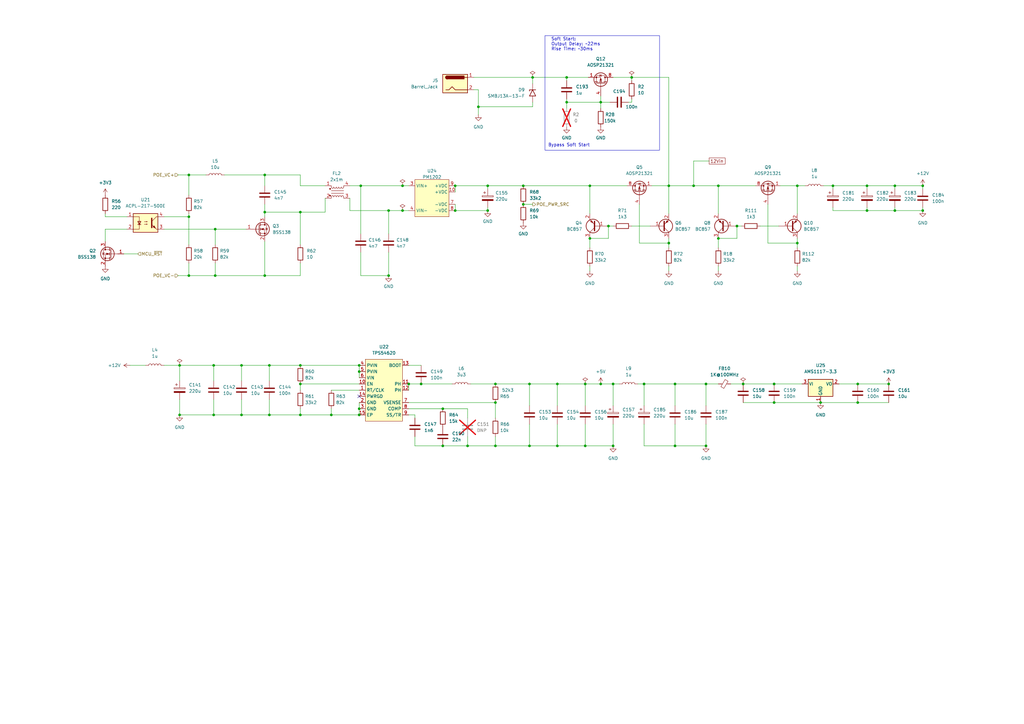
<source format=kicad_sch>
(kicad_sch (version 20230121) (generator eeschema)
  (paper "A3")
  (title_block (title "Kirdy") (date "2022-07-03") (rev "r0.1") (company "M-Labs") (comment 1 "Alex Wong Tat Hang"))
  (junction (at 259.08 31.75))
  (junction (at 214.63 76.2))
  (junction (at 87.63 149.86))
  (junction (at 200.025 86.36))
  (junction (at 186.69 86.36))
  (junction (at 364.49 157.48))
  (junction (at 241.935 97.79))
  (junction (at 276.86 157.48))
  (junction (at 181.61 182.88))
  (junction (at 274.32 99.695))
  (junction (at 147.32 167.64))
  (junction (at 241.935 76.2))
  (junction (at 88.265 93.98))
  (junction (at 251.46 182.88))
  (junction (at 181.61 167.64))
  (junction (at 284.48 76.2))
  (junction (at 246.38 157.48))
  (junction (at 108.585 86.995))
  (junction (at 317.5 165.1))
  (junction (at 228.6 157.48))
  (junction (at 203.2 157.48))
  (junction (at 77.47 113.03))
  (junction (at 123.19 86.995))
  (junction (at 378.46 86.36))
  (junction (at 251.46 157.48))
  (junction (at 110.49 170.18))
  (junction (at 167.64 157.48))
  (junction (at 159.385 113.03))
  (junction (at 274.32 76.2))
  (junction (at 135.89 170.18))
  (junction (at 73.66 170.18))
  (junction (at 214.63 83.82))
  (junction (at 302.26 92.71))
  (junction (at 200.025 76.2))
  (junction (at 165.1 86.36))
  (junction (at 246.38 41.91))
  (junction (at 196.215 43.815))
  (junction (at 77.47 88.9))
  (junction (at 240.03 182.88))
  (junction (at 147.32 149.86))
  (junction (at 203.2 182.88))
  (junction (at 336.55 165.1))
  (junction (at 108.585 113.03))
  (junction (at 240.03 157.48))
  (junction (at 249.555 92.71))
  (junction (at 110.49 149.86))
  (junction (at 351.79 165.1))
  (junction (at 147.955 76.2))
  (junction (at 108.585 71.755))
  (junction (at 294.64 97.79))
  (junction (at 123.19 170.18))
  (junction (at 317.5 157.48))
  (junction (at 289.56 157.48))
  (junction (at 351.79 157.48))
  (junction (at 203.2 165.1))
  (junction (at 327.025 76.2))
  (junction (at 355.6 86.36))
  (junction (at 367.03 76.2))
  (junction (at 217.17 182.88))
  (junction (at 165.1 76.2))
  (junction (at 304.8 157.48))
  (junction (at 217.17 157.48))
  (junction (at 87.63 170.18))
  (junction (at 232.41 31.75))
  (junction (at 378.46 76.2))
  (junction (at 123.19 149.86))
  (junction (at 341.63 76.2))
  (junction (at 73.66 149.86))
  (junction (at 186.69 76.2))
  (junction (at 218.44 31.75))
  (junction (at 77.47 71.755))
  (junction (at 327.025 99.695))
  (junction (at 99.06 170.18))
  (junction (at 294.64 76.2))
  (junction (at 289.56 182.88))
  (junction (at 88.265 113.03))
  (junction (at 232.41 41.91))
  (junction (at 147.32 152.4))
  (junction (at 367.03 86.36))
  (junction (at 228.6 182.88))
  (junction (at 191.77 182.88))
  (junction (at 99.06 149.86))
  (junction (at 159.385 86.36))
  (junction (at 123.19 157.48))
  (junction (at 276.86 182.88))
  (junction (at 147.32 170.18))
  (junction (at 172.72 157.48))
  (junction (at 264.16 157.48))
  (junction (at 355.6 76.2))
  (no_connect (at 147.32 162.56))
  (wire (pts (xy 337.82 76.2) (xy 341.63 76.2)))
  (wire (pts (xy 92.075 71.755) (xy 108.585 71.755)))
  (wire (pts (xy 108.585 86.995) (xy 108.585 88.9)))
  (wire (pts (xy 135.89 167.64) (xy 135.89 170.18)))
  (wire (pts (xy 294.64 76.2) (xy 309.88 76.2)))
  (wire (pts (xy 133.35 76.2) (xy 123.19 76.2)))
  (wire (pts (xy 378.46 77.47) (xy 378.46 76.2)))
  (wire (pts (xy 87.63 149.86) (xy 99.06 149.86)))
  (wire (pts (xy 147.32 165.1) (xy 147.32 167.64)))
  (wire (pts (xy 67.31 93.98) (xy 88.265 93.98)))
  (wire (pts (xy 186.69 86.36) (xy 200.025 86.36)))
  (wire (pts (xy 327.025 76.2) (xy 327.025 87.63)))
  (wire (pts (xy 110.49 149.86) (xy 123.19 149.86)))
  (wire (pts (xy 355.6 76.2) (xy 355.6 77.47)))
  (wire (pts (xy 50.8 104.14) (xy 56.515 104.14)))
  (wire (pts (xy 147.955 113.03) (xy 159.385 113.03)))
  (wire (pts (xy 123.19 86.995) (xy 123.19 100.33)))
  (wire (pts (xy 99.06 163.83) (xy 99.06 170.18)))
  (wire (pts (xy 264.16 157.48) (xy 276.86 157.48)))
  (wire (pts (xy 133.35 81.28) (xy 133.35 86.995)))
  (wire (pts (xy 241.935 76.2) (xy 257.175 76.2)))
  (wire (pts (xy 186.69 83.82) (xy 186.69 86.36)))
  (wire (pts (xy 294.64 97.79) (xy 294.64 101.6)))
  (wire (pts (xy 159.385 103.505) (xy 159.385 113.03)))
  (wire (pts (xy 135.89 160.02) (xy 147.32 160.02)))
  (wire (pts (xy 228.6 182.88) (xy 240.03 182.88)))
  (wire (pts (xy 327.025 99.695) (xy 327.025 101.6)))
  (wire (pts (xy 218.44 31.75) (xy 194.31 31.75)))
  (wire (pts (xy 99.06 170.18) (xy 110.49 170.18)))
  (wire (pts (xy 110.49 170.18) (xy 123.19 170.18)))
  (wire (pts (xy 232.41 41.91) (xy 232.41 44.45)))
  (wire (pts (xy 143.51 86.36) (xy 159.385 86.36)))
  (wire (pts (xy 274.32 76.2) (xy 284.48 76.2)))
  (wire (pts (xy 367.03 76.2) (xy 378.46 76.2)))
  (wire (pts (xy 304.8 165.1) (xy 317.5 165.1)))
  (wire (pts (xy 170.18 179.07) (xy 170.18 182.88)))
  (wire (pts (xy 203.2 182.88) (xy 203.2 179.07)))
  (wire (pts (xy 181.61 167.64) (xy 191.77 167.64)))
  (wire (pts (xy 217.17 157.48) (xy 217.17 166.37)))
  (wire (pts (xy 53.34 149.86) (xy 59.69 149.86)))
  (wire (pts (xy 267.335 76.2) (xy 274.32 76.2)))
  (wire (pts (xy 165.1 76.2) (xy 167.64 76.2)))
  (wire (pts (xy 246.38 41.91) (xy 250.19 41.91)))
  (wire (pts (xy 147.32 149.86) (xy 147.32 152.4)))
  (wire (pts (xy 73.025 113.03) (xy 77.47 113.03)))
  (wire (pts (xy 67.31 88.9) (xy 77.47 88.9)))
  (wire (pts (xy 167.64 149.86) (xy 172.72 149.86)))
  (wire (pts (xy 123.19 157.48) (xy 123.19 160.02)))
  (wire (pts (xy 88.265 113.03) (xy 88.265 107.95)))
  (wire (pts (xy 123.19 167.64) (xy 123.19 170.18)))
  (wire (pts (xy 73.66 163.83) (xy 73.66 170.18)))
  (wire (pts (xy 240.03 157.48) (xy 240.03 166.37)))
  (wire (pts (xy 251.46 182.88) (xy 251.46 173.99)))
  (wire (pts (xy 259.08 40.64) (xy 259.08 41.91)))
  (wire (pts (xy 108.585 86.995) (xy 123.19 86.995)))
  (wire (pts (xy 317.5 157.48) (xy 328.93 157.48)))
  (wire (pts (xy 276.86 157.48) (xy 289.56 157.48)))
  (wire (pts (xy 99.06 149.86) (xy 110.49 149.86)))
  (wire (pts (xy 165.1 86.36) (xy 167.64 86.36)))
  (wire (pts (xy 123.19 71.755) (xy 108.585 71.755)))
  (wire (pts (xy 320.04 76.2) (xy 327.025 76.2)))
  (wire (pts (xy 167.64 165.1) (xy 203.2 165.1)))
  (wire (pts (xy 284.48 76.2) (xy 294.64 76.2)))
  (wire (pts (xy 77.47 80.01) (xy 77.47 71.755)))
  (wire (pts (xy 289.56 173.99) (xy 289.56 182.88)))
  (wire (pts (xy 251.46 157.48) (xy 251.46 166.37)))
  (wire (pts (xy 274.32 76.2) (xy 274.32 87.63)))
  (wire (pts (xy 123.19 157.48) (xy 147.32 157.48)))
  (wire (pts (xy 123.19 113.03) (xy 108.585 113.03)))
  (wire (pts (xy 196.215 36.83) (xy 194.31 36.83)))
  (wire (pts (xy 218.44 41.91) (xy 218.44 43.815)))
  (wire (pts (xy 87.63 170.18) (xy 99.06 170.18)))
  (wire (pts (xy 135.89 170.18) (xy 147.32 170.18)))
  (wire (pts (xy 77.47 113.03) (xy 88.265 113.03)))
  (wire (pts (xy 351.79 157.48) (xy 364.49 157.48)))
  (wire (pts (xy 123.19 107.95) (xy 123.19 113.03)))
  (wire (pts (xy 200.025 76.2) (xy 200.025 77.47)))
  (wire (pts (xy 327.025 76.2) (xy 330.2 76.2)))
  (wire (pts (xy 123.19 149.86) (xy 147.32 149.86)))
  (wire (pts (xy 276.86 166.37) (xy 276.86 157.48)))
  (wire (pts (xy 143.51 81.28) (xy 143.51 86.36)))
  (wire (pts (xy 276.86 182.88) (xy 289.56 182.88)))
  (wire (pts (xy 43.18 93.98) (xy 52.07 93.98)))
  (wire (pts (xy 232.41 40.64) (xy 232.41 41.91)))
  (wire (pts (xy 73.66 156.21) (xy 73.66 149.86)))
  (wire (pts (xy 232.41 41.91) (xy 246.38 41.91)))
  (wire (pts (xy 294.64 109.22) (xy 294.64 111.125)))
  (wire (pts (xy 259.08 31.75) (xy 259.08 33.02)))
  (wire (pts (xy 108.585 113.03) (xy 88.265 113.03)))
  (wire (pts (xy 217.17 157.48) (xy 228.6 157.48)))
  (wire (pts (xy 77.47 87.63) (xy 77.47 88.9)))
  (wire (pts (xy 77.47 71.755) (xy 84.455 71.755)))
  (wire (pts (xy 232.41 31.75) (xy 232.41 33.02)))
  (wire (pts (xy 159.385 86.36) (xy 159.385 95.885)))
  (wire (pts (xy 259.08 41.91) (xy 257.81 41.91)))
  (wire (pts (xy 43.18 99.06) (xy 43.18 93.98)))
  (wire (pts (xy 246.38 39.37) (xy 246.38 41.91)))
  (wire (pts (xy 378.46 85.09) (xy 378.46 86.36)))
  (wire (pts (xy 203.2 157.48) (xy 217.17 157.48)))
  (wire (pts (xy 344.17 157.48) (xy 351.79 157.48)))
  (wire (pts (xy 123.19 170.18) (xy 135.89 170.18)))
  (wire (pts (xy 170.18 182.88) (xy 181.61 182.88)))
  (wire (pts (xy 294.64 76.2) (xy 294.64 87.63)))
  (wire (pts (xy 284.48 66.04) (xy 284.48 76.2)))
  (wire (pts (xy 290.83 66.04) (xy 284.48 66.04)))
  (wire (pts (xy 218.44 31.75) (xy 218.44 34.29)))
  (wire (pts (xy 367.03 76.2) (xy 367.03 77.47)))
  (wire (pts (xy 191.77 182.88) (xy 203.2 182.88)))
  (wire (pts (xy 172.72 157.48) (xy 185.42 157.48)))
  (wire (pts (xy 261.62 157.48) (xy 264.16 157.48)))
  (wire (pts (xy 108.585 71.755) (xy 108.585 76.2)))
  (wire (pts (xy 251.46 31.75) (xy 259.08 31.75)))
  (wire (pts (xy 327.025 109.22) (xy 327.025 111.125)))
  (wire (pts (xy 341.63 76.2) (xy 355.6 76.2)))
  (wire (pts (xy 77.47 88.9) (xy 77.47 100.33)))
  (wire (pts (xy 110.49 163.83) (xy 110.49 170.18)))
  (wire (pts (xy 314.96 99.695) (xy 327.025 99.695)))
  (wire (pts (xy 249.555 92.71) (xy 251.46 92.71)))
  (wire (pts (xy 341.63 76.2) (xy 341.63 77.47)))
  (wire (pts (xy 88.265 93.98) (xy 100.965 93.98)))
  (wire (pts (xy 43.18 87.63) (xy 43.18 88.9)))
  (wire (pts (xy 203.2 182.88) (xy 217.17 182.88)))
  (wire (pts (xy 254 157.48) (xy 251.46 157.48)))
  (wire (pts (xy 196.215 43.815) (xy 218.44 43.815)))
  (wire (pts (xy 246.38 41.91) (xy 246.38 44.45)))
  (wire (pts (xy 241.935 97.79) (xy 241.935 101.6)))
  (wire (pts (xy 355.6 76.2) (xy 367.03 76.2)))
  (wire (pts (xy 241.935 76.2) (xy 241.935 87.63)))
  (wire (pts (xy 88.265 93.98) (xy 88.265 100.33)))
  (wire (pts (xy 314.96 83.82) (xy 314.96 99.695)))
  (wire (pts (xy 228.6 157.48) (xy 240.03 157.48)))
  (wire (pts (xy 264.16 182.88) (xy 264.16 173.99)))
  (wire (pts (xy 77.47 107.95) (xy 77.47 113.03)))
  (wire (pts (xy 367.03 85.09) (xy 367.03 86.36)))
  (wire (pts (xy 73.66 149.86) (xy 87.63 149.86)))
  (wire (pts (xy 262.255 83.82) (xy 262.255 99.695)))
  (wire (pts (xy 200.025 86.36) (xy 200.025 85.09)))
  (wire (pts (xy 147.955 103.505) (xy 147.955 113.03)))
  (wire (pts (xy 147.32 167.64) (xy 147.32 170.18)))
  (wire (pts (xy 299.72 157.48) (xy 304.8 157.48)))
  (wire (pts (xy 196.215 43.815) (xy 196.215 36.83)))
  (wire (pts (xy 274.32 109.22) (xy 274.32 111.125)))
  (wire (pts (xy 241.935 109.22) (xy 241.935 111.125)))
  (wire (pts (xy 232.41 31.75) (xy 241.3 31.75)))
  (wire (pts (xy 87.63 149.86) (xy 87.63 156.21)))
  (wire (pts (xy 186.69 76.2) (xy 186.69 78.74)))
  (wire (pts (xy 317.5 165.1) (xy 336.55 165.1)))
  (wire (pts (xy 203.2 171.45) (xy 203.2 165.1)))
  (wire (pts (xy 167.64 157.48) (xy 172.72 157.48)))
  (wire (pts (xy 147.32 152.4) (xy 147.32 154.94)))
  (wire (pts (xy 108.585 99.06) (xy 108.585 113.03)))
  (wire (pts (xy 170.18 170.18) (xy 170.18 171.45)))
  (wire (pts (xy 193.04 157.48) (xy 203.2 157.48)))
  (wire (pts (xy 241.935 97.79) (xy 249.555 97.79)))
  (wire (pts (xy 133.35 86.995) (xy 123.19 86.995)))
  (wire (pts (xy 367.03 86.36) (xy 378.46 86.36)))
  (wire (pts (xy 214.63 83.82) (xy 218.44 83.82)))
  (wire (pts (xy 159.385 86.36) (xy 165.1 86.36)))
  (wire (pts (xy 228.6 157.48) (xy 228.6 166.37)))
  (wire (pts (xy 218.44 31.75) (xy 232.41 31.75)))
  (wire (pts (xy 264.16 182.88) (xy 276.86 182.88)))
  (wire (pts (xy 87.63 163.83) (xy 87.63 170.18)))
  (wire (pts (xy 191.77 182.88) (xy 191.77 179.07)))
  (wire (pts (xy 249.555 97.79) (xy 249.555 92.71)))
  (wire (pts (xy 294.64 97.79) (xy 302.26 97.79)))
  (wire (pts (xy 240.03 173.99) (xy 240.03 182.88)))
  (wire (pts (xy 108.585 83.82) (xy 108.585 86.995)))
  (wire (pts (xy 217.17 173.99) (xy 217.17 182.88)))
  (wire (pts (xy 167.64 170.18) (xy 170.18 170.18)))
  (wire (pts (xy 327.025 97.79) (xy 327.025 99.695)))
  (wire (pts (xy 186.69 76.2) (xy 200.025 76.2)))
  (wire (pts (xy 246.38 157.48) (xy 251.46 157.48)))
  (wire (pts (xy 181.61 182.88) (xy 191.77 182.88)))
  (wire (pts (xy 341.63 86.36) (xy 355.6 86.36)))
  (wire (pts (xy 355.6 86.36) (xy 367.03 86.36)))
  (wire (pts (xy 73.66 170.18) (xy 87.63 170.18)))
  (wire (pts (xy 123.19 76.2) (xy 123.19 71.755)))
  (wire (pts (xy 355.6 85.09) (xy 355.6 86.36)))
  (wire (pts (xy 276.86 173.99) (xy 276.86 182.88)))
  (wire (pts (xy 302.26 92.71) (xy 304.165 92.71)))
  (wire (pts (xy 67.31 149.86) (xy 73.66 149.86)))
  (wire (pts (xy 228.6 173.99) (xy 228.6 182.88)))
  (wire (pts (xy 110.49 149.86) (xy 110.49 156.21)))
  (wire (pts (xy 264.16 166.37) (xy 264.16 157.48)))
  (wire (pts (xy 191.77 167.64) (xy 191.77 171.45)))
  (wire (pts (xy 240.03 182.88) (xy 251.46 182.88)))
  (wire (pts (xy 147.955 76.2) (xy 165.1 76.2)))
  (wire (pts (xy 274.32 99.695) (xy 274.32 101.6)))
  (wire (pts (xy 262.255 99.695) (xy 274.32 99.695)))
  (wire (pts (xy 341.63 86.36) (xy 341.63 85.09)))
  (wire (pts (xy 351.79 165.1) (xy 364.49 165.1)))
  (wire (pts (xy 167.64 167.64) (xy 181.61 167.64)))
  (wire (pts (xy 304.8 157.48) (xy 317.5 157.48)))
  (wire (pts (xy 274.32 31.75) (xy 274.32 76.2)))
  (wire (pts (xy 200.025 76.2) (xy 214.63 76.2)))
  (wire (pts (xy 259.08 92.71) (xy 266.7 92.71)))
  (wire (pts (xy 99.06 156.21) (xy 99.06 149.86)))
  (wire (pts (xy 311.785 92.71) (xy 319.405 92.71)))
  (wire (pts (xy 289.56 157.48) (xy 294.64 157.48)))
  (wire (pts (xy 302.26 97.79) (xy 302.26 92.71)))
  (wire (pts (xy 167.64 157.48) (xy 167.64 160.02)))
  (wire (pts (xy 259.08 31.75) (xy 274.32 31.75)))
  (wire (pts (xy 73.025 71.755) (xy 77.47 71.755)))
  (wire (pts (xy 143.51 76.2) (xy 147.955 76.2)))
  (wire (pts (xy 214.63 76.2) (xy 241.935 76.2)))
  (wire (pts (xy 43.18 88.9) (xy 52.07 88.9)))
  (wire (pts (xy 147.955 76.2) (xy 147.955 95.885)))
  (wire (pts (xy 274.32 97.79) (xy 274.32 99.695)))
  (wire (pts (xy 240.03 157.48) (xy 246.38 157.48)))
  (wire (pts (xy 217.17 182.88) (xy 228.6 182.88)))
  (wire (pts (xy 196.215 46.99) (xy 196.215 43.815)))
  (wire (pts (xy 289.56 166.37) (xy 289.56 157.48)))
  (wire (pts (xy 336.55 165.1) (xy 351.79 165.1)))
  (rectangle (start 223.52 14.605) (end 270.51 61.595))
  (text "Bypass Soft Start" (at 241.935 60.325 0) (effects (font (size 1.27 1.27)) (justify right bottom)))
  (text "Soft Start:\nOutput Delay: ~22ms\nRise Time: ~30ms\n" (at 226.06 20.955 0) (effects (font (size 1.27 1.27)) (justify left bottom)))
  (global_label "12Vin" (shape passive) (at 290.83 66.04 0) (property "Intersheetrefs" "${INTERSHEET_REFS}" (effects hide)))
  (hierarchical_label "POE_PWR_SRC" (shape output) (at 218.44 83.82 0))
  (hierarchical_label "POE_VC+" (shape input) (at 73.025 71.755 180))
  (hierarchical_label "POE_VC-" (shape input) (at 73.025 113.03 180))
  (hierarchical_label "MCU_~{RST}" (shape input) (at 56.515 104.14 0))
  (symbol (lib_id "Device:L") (at 189.23 157.48 90) (unit 1)
    (property "Reference" "L6" (at 189.23 151.13 90))
    (property "Value" "3u3" (at 189.23 153.67 90))
    (property "Footprint" "Inductor_SMD:L_Wuerth_MAPI-4020" (effects hide))
    (property "MFR_PN" "74438356033" (effects hide))
  )
  (symbol (lib_id "Device:C") (at 276.86 170.18 0) (unit 1)
    (property "Reference" "C186" (at 280.67 168.9099 0) (effects (justify left)))
    (property "Value" "10u" (at 280.67 171.4499 0) (effects (justify left)))
    (property "Footprint" "Capacitor_SMD:C_0805_2012Metric" (effects hide))
    (property "MFR_PN" "CL21B106KOQNNNG" (effects hide))
    (property "MFR_PN_ALT" "CL21B106KOQNNNE" (effects hide))
  )
  (symbol (lib_id "Device:C") (at 378.46 81.28 0) (unit 1)
    (property "Reference" "C184" (at 382.27 80.0099 0) (effects (justify left)))
    (property "Value" "100n" (at 382.27 82.5499 0) (effects (justify left)))
    (property "Footprint" "Capacitor_SMD:C_0603_1608Metric" (effects hide))
    (property "MFR_PN" "CL10B104KB8NNWC" (effects hide))
    (property "MFR_PN_ALT" "CL10B104KB8NNNL" (effects hide))
  )
  (symbol (lib_id "Transistor_FET:BSS138") (at 106.045 93.98 0) (unit 1)
    (property "Reference" "Q3" (at 111.76 92.7099 0) (effects (justify left)))
    (property "Value" "BSS138" (at 111.76 95.2499 0) (effects (justify left)))
    (property "Footprint" "Package_TO_SOT_SMD:SOT-23" (effects hide))
    (property "Datasheet" "https://www.onsemi.com/pub/Collateral/BSS138-D.PDF" (effects hide))
    (property "MFR_PN" "BSS138W-TP" (effects hide))
    (property "MFR_PN_ALT" "BSS138W-7-F" (effects hide))
  )
  (symbol (lib_id "Device:R") (at 77.47 104.14 0) (unit 1)
    (property "Reference" "R58" (at 79.375 102.8699 0) (effects (justify left)))
    (property "Value" "20k" (at 79.375 105.4099 0) (effects (justify left)))
    (property "Footprint" "Resistor_SMD:R_0603_1608Metric" (effects hide))
    (property "MFR_PN" "RMCF0603FT20K0" (effects hide))
    (property "MFR_PN_ALT" "RC0603FR-0720KL" (effects hide))
  )
  (symbol (lib_id "Device:L") (at 88.265 71.755 90) (unit 1)
    (property "Reference" "L5" (at 88.265 66.04 90))
    (property "Value" "10u" (at 88.265 68.58 90))
    (property "Footprint" "Inductor_SMD:L_Wuerth_WE-PD-Typ-LS" (effects hide))
    (property "MFR_PN" "74477110" (effects hide))
  )
  (symbol (lib_id "Device:R") (at 294.64 105.41 0) (unit 1)
    (property "Reference" "R18" (at 296.545 104.1399 0) (effects (justify left)))
    (property "Value" "33k2" (at 296.545 106.6799 0) (effects (justify left)))
    (property "Footprint" "Resistor_SMD:R_0603_1608Metric" (effects hide))
    (property "MFR_PN" "CR0603-FX-3322ELF" (effects hide))
    (property "MFR_PN_ALT" "RC0603FR-0733K2L" (effects hide))
  )
  (symbol (lib_id "Device:C") (at 170.18 175.26 0) (unit 1)
    (property "Reference" "C147" (at 173.99 173.9899 0) (effects (justify left)))
    (property "Value" "1n6" (at 173.99 176.5299 0) (effects (justify left)))
    (property "Footprint" "Capacitor_SMD:C_0603_1608Metric" (effects hide))
    (property "MFR_PN" "GCM1885C1H162FA16D" (effects hide))
    (property "MFR_PN_ALT" "C0603C162J5GAC7867" (effects hide))
  )
  (symbol (lib_id "Device:C_Polarized") (at 264.16 170.18 0) (unit 1)
    (property "Reference" "C185" (at 267.97 168.0209 0) (effects (justify left)))
    (property "Value" "220u" (at 267.97 170.5609 0) (effects (justify left)))
    (property "Footprint" "Capacitor_Tantalum_SMD:CP_EIA-7343-15_Kemet-W" (effects hide))
    (property "MFR_PN" "T491D227K016AT" (effects hide))
    (property "MFR_PN_ALT" "293D227X9016E2TE3" (effects hide))
  )
  (symbol (lib_id "Isolator:SFH617A-2X009T") (at 59.69 91.44 0) (unit 1)
    (property "Reference" "U21" (at 59.69 81.915 0))
    (property "Value" "ACPL-217-500E" (at 59.69 84.455 0))
    (property "Footprint" "Package_DIP:SMDIP-4_W7.62mm" (effects hide))
    (property "Datasheet" "http://www.vishay.com/docs/83740/sfh617a.pdf" (effects hide))
    (property "MFR_PN" "EL3H7(C)(TA)-VG" (effects hide))
  )
  (symbol (lib_id "Transistor_BJT:BC857") (at 324.485 92.71 0) (mirror x) (unit 1)
    (property "Reference" "Q10" (at 329.565 91.4399 0) (effects (justify left)))
    (property "Value" "BC857" (at 329.565 93.9799 0) (effects (justify left)))
    (property "Footprint" "Package_TO_SOT_SMD:SOT-23" (effects hide))
    (property "Datasheet" "https://www.onsemi.com/pub/Collateral/BC860-D.pdf" (effects hide))
    (property "MFR_PN" "BC857B-TP" (effects hide))
    (property "MFR_PN_ALT" "BC857C-TP" (effects hide))
  )
  (symbol (lib_id "Device:C") (at 108.585 80.01 0) (unit 1)
    (property "Reference" "C145" (at 112.395 78.7399 0) (effects (justify left)))
    (property "Value" "4n7" (at 112.395 81.2799 0) (effects (justify left)))
    (property "Footprint" "Capacitor_SMD:C_1206_3216Metric" (effects hide))
    (property "MFR_PN" "12067C472KAT2A" (effects hide))
    (property "MFR_PN_ALT" "1206B472K501NT" (effects hide))
  )
  (symbol (lib_id "Device:C") (at 240.03 170.18 0) (unit 1)
    (property "Reference" "C156" (at 243.84 168.9099 0) (effects (justify left)))
    (property "Value" "10u" (at 243.84 171.4499 0) (effects (justify left)))
    (property "Footprint" "Capacitor_SMD:C_0805_2012Metric" (effects hide))
    (property "MFR_PN" "CL21B106KOQNNNG" (effects hide))
    (property "MFR_PN_ALT" "CL21B106KOQNNNE" (effects hide))
  )
  (symbol (lib_id "Device:R") (at 88.265 104.14 0) (unit 1)
    (property "Reference" "R59" (at 90.17 102.8699 0) (effects (justify left)))
    (property "Value" "82k" (at 90.17 105.4099 0) (effects (justify left)))
    (property "Footprint" "Resistor_SMD:R_0603_1608Metric" (effects hide))
    (property "MFR_PN" "CRGCQ0603F82K" (effects hide))
    (property "MFR_PN_ALT" "RMCF0603FT82K0" (effects hide))
  )
  (symbol (lib_id "power:GND") (at 159.385 113.03 0) (unit 1)
    (property "Reference" "#PWR0129" (effects hide))
    (property "Value" "GND" (at 159.385 117.475 0))
  )
  (symbol (lib_id "Device:C") (at 147.955 99.695 0) (unit 1)
    (property "Reference" "C146" (at 151.13 98.4249 0) (effects (justify left)))
    (property "Value" "4n7" (at 151.13 100.9649 0) (effects (justify left)))
    (property "Footprint" "Capacitor_SMD:C_1206_3216Metric" (effects hide))
    (property "MFR_PN" "12067C472KAT2A" (effects hide))
    (property "MFR_PN_ALT" "1206B472K501NT" (effects hide))
  )
  (symbol (lib_id "power:GND") (at 196.215 46.99 0) (mirror y) (unit 1)
    (property "Reference" "#PWR0140" (effects hide))
    (property "Value" "GND" (at 196.215 52.07 0))
  )
  (symbol (lib_id "Device:C_Polarized") (at 341.63 81.28 0) (unit 1)
    (property "Reference" "C181" (at 345.44 79.1209 0) (effects (justify left)))
    (property "Value" "220u" (at 345.44 81.6609 0) (effects (justify left)))
    (property "Footprint" "Capacitor_Tantalum_SMD:CP_EIA-7343-15_Kemet-W" (effects hide))
    (property "MFR_PN" "T491D227K016AT" (effects hide))
    (property "MFR_PN_ALT" "293D227X9016E2TE3" (effects hide))
  )
  (symbol (lib_id "power:GND") (at 274.32 111.125 0) (unit 1)
    (property "Reference" "#PWR0137" (effects hide))
    (property "Value" "GND" (at 274.32 116.205 0))
  )
  (symbol (lib_id "Device:R") (at 181.61 171.45 0) (unit 1)
    (property "Reference" "R64" (at 184.15 170.1799 0) (effects (justify left)))
    (property "Value" "15k" (at 184.15 172.7199 0) (effects (justify left)))
    (property "Footprint" "Resistor_SMD:R_0603_1608Metric" (effects hide))
  )
  (symbol (lib_id "Device:C") (at 304.8 161.29 0) (unit 1)
    (property "Reference" "C158" (at 308.61 160.0199 0) (effects (justify left)))
    (property "Value" "10u" (at 308.61 162.5599 0) (effects (justify left)))
    (property "Footprint" "Capacitor_SMD:C_0805_2012Metric" (effects hide))
    (property "MFR_PN" "CL21B106KOQNNNG" (effects hide))
    (property "MFR_PN_ALT" "CL21B106KOQNNNE" (effects hide))
  )
  (symbol (lib_id "Device:C") (at 351.79 161.29 0) (unit 1)
    (property "Reference" "C160" (at 355.6 160.0199 0) (effects (justify left)))
    (property "Value" "100n" (at 355.6 162.5599 0) (effects (justify left)))
    (property "Footprint" "Capacitor_SMD:C_0603_1608Metric" (effects hide))
    (property "MFR_PN" "CL10B104KB8NNWC" (effects hide))
    (property "MFR_PN_ALT" "CL10B104KB8NNNL" (effects hide))
  )
  (symbol (lib_id "power:+12V") (at 378.46 76.2 0) (unit 1)
    (property "Reference" "#PWR0136" (effects hide))
    (property "Value" "+12V" (at 378.46 71.12 0))
  )
  (symbol (lib_id "power:PWR_FLAG") (at 304.8 157.48 0) (unit 1)
    (property "Reference" "#FLG0111" (effects hide))
    (property "Value" "PWR_FLAG" (effects hide))
  )
  (symbol (lib_id "power:GND") (at 241.935 111.125 0) (unit 1)
    (property "Reference" "#PWR0135" (effects hide))
    (property "Value" "GND" (at 241.935 116.205 0))
  )
  (symbol (lib_id "Device:C") (at 87.63 160.02 0) (unit 1)
    (property "Reference" "C142" (at 91.44 158.7499 0) (effects (justify left)))
    (property "Value" "10u" (at 91.44 161.2899 0) (effects (justify left)))
    (property "Footprint" "Capacitor_SMD:C_0805_2012Metric" (effects hide))
    (property "MFR_PN" "CL21B106KOQNNNG" (effects hide))
    (property "MFR_PN_ALT" "CL21B106KOQNNNE" (effects hide))
  )
  (symbol (lib_id "Device:R") (at 123.19 153.67 0) (unit 1)
    (property "Reference" "R60" (at 125.095 152.3999 0) (effects (justify left)))
    (property "Value" "82k" (at 125.095 154.9399 0) (effects (justify left)))
    (property "Footprint" "Resistor_SMD:R_0603_1608Metric" (effects hide))
    (property "MFR_PN" "CRGCQ0603F82K" (effects hide))
    (property "MFR_PN_ALT" "RMCF0603FT82K0" (effects hide))
  )
  (symbol (lib_id "Device:C_Polarized") (at 251.46 170.18 0) (unit 1)
    (property "Reference" "C157" (at 255.27 168.0209 0) (effects (justify left)))
    (property "Value" "220u" (at 255.27 170.5609 0) (effects (justify left)))
    (property "Footprint" "Capacitor_Tantalum_SMD:CP_EIA-7343-15_Kemet-W" (effects hide))
    (property "MFR_PN" "T491D227K016AT" (effects hide))
    (property "MFR_PN_ALT" "293D227X9016E2TE3" (effects hide))
  )
  (symbol (lib_id "kirdy:PM1202") (at 176.53 83.82 0) (unit 1)
    (property "Reference" "U24" (at 177.165 70.0872 0))
    (property "Value" "PM1202" (at 177.165 72.6241 0))
    (property "Footprint" "kirdy:PM1202" (effects hide))
  )
  (symbol (lib_id "Device:R") (at 307.975 92.71 90) (unit 1)
    (property "Reference" "R111" (at 307.975 86.36 90))
    (property "Value" "1k3" (at 307.975 88.9 90))
    (property "Footprint" "Resistor_SMD:R_0603_1608Metric" (effects hide))
    (property "MFR_PN" "RC0603FR-071K3L" (effects hide))
    (property "MFR_PN_ALT" "CRCW06031K30FKEAC" (effects hide))
  )
  (symbol (lib_id "Device:C") (at 172.72 153.67 0) (unit 1)
    (property "Reference" "C149" (at 176.53 152.3999 0) (effects (justify left)))
    (property "Value" "100n" (at 176.53 154.9399 0) (effects (justify left)))
    (property "Footprint" "Capacitor_SMD:C_0603_1608Metric" (effects hide))
    (property "MFR_PN" "CL10B104KB8NNWC" (effects hide))
    (property "MFR_PN_ALT" "CL10B104KB8NNNL" (effects hide))
  )
  (symbol (lib_id "Device:R") (at 232.41 48.26 180) (unit 1) (dnp yes)
    (property "Reference" "R2" (at 236.22 46.99 0))
    (property "Value" "0" (at 236.22 49.53 0))
    (property "Footprint" "Resistor_SMD:R_0603_1608Metric" (effects hide))
    (property "MFR_PN_ALT" "WR06X10R0FTL" (effects hide))
    (instances (project "kirdy" (path "" (reference "R2") (unit 1)) (path "" (reference "R116") (unit 1))))
  )
  (symbol (lib_id "Diode:SM6T15A") (at 218.44 38.1 90) (mirror x) (unit 1)
    (property "Reference" "D9" (at 215.265 36.8299 90) (effects (justify left)))
    (property "Value" "SMBJ13A-13-F" (at 215.265 39.3699 90) (effects (justify left)))
    (property "Footprint" "Diode_SMD:D_SMB" (effects hide))
    (property "Datasheet" "https://www.st.com/resource/en/datasheet/sm6t.pdf" (effects hide))
    (property "MFR_PN" "SMBJ13A-13-F" (effects hide))
    (property "MFR_PN_ALT" "P6SMB16A" (effects hide))
  )
  (symbol (lib_id "Device:C_Polarized") (at 355.6 81.28 0) (unit 1)
    (property "Reference" "C182" (at 359.41 79.1209 0) (effects (justify left)))
    (property "Value" "220u" (at 359.41 81.6609 0) (effects (justify left)))
    (property "Footprint" "Capacitor_Tantalum_SMD:CP_EIA-7343-15_Kemet-W" (effects hide))
    (property "MFR_PN" "T491D227K016AT" (effects hide))
    (property "MFR_PN_ALT" "293D227X9016E2TE3" (effects hide))
  )
  (symbol (lib_id "Device:C") (at 228.6 170.18 0) (unit 1)
    (property "Reference" "C154" (at 232.41 168.9099 0) (effects (justify left)))
    (property "Value" "10u" (at 232.41 171.4499 0) (effects (justify left)))
    (property "Footprint" "Capacitor_SMD:C_0805_2012Metric" (effects hide))
    (property "MFR_PN" "CL21B106KOQNNNG" (effects hide))
    (property "MFR_PN_ALT" "CL21B106KOQNNNE" (effects hide))
  )
  (symbol (lib_id "Device:R") (at 203.2 161.29 180) (unit 1)
    (property "Reference" "R65" (at 207.01 162.56 0))
    (property "Value" "52k3" (at 208.28 160.02 0))
    (property "Footprint" "Resistor_SMD:R_0603_1608Metric" (effects hide))
    (property "MFR_PN" "CR0603-FX-5232ELF" (effects hide))
    (property "MFR_PN_ALT" "ERJ-3EKF5232V" (effects hide))
  )
  (symbol (lib_id "Device:C") (at 191.77 175.26 0) (unit 1) (dnp yes)
    (property "Reference" "C151" (at 195.58 173.9899 0) (effects (justify left)))
    (property "Value" "DNP" (at 195.58 176.5299 0) (effects (justify left)))
    (property "Footprint" "Capacitor_SMD:C_0603_1608Metric" (effects hide))
    (property "MFR_PN_ALT" "CML0603C0G390JT50V" (effects hide))
  )
  (symbol (lib_id "power:PWR_FLAG") (at 259.08 31.75 0) (mirror y) (unit 1)
    (property "Reference" "#FLG07" (effects hide))
    (property "Value" "PWR_FLAG" (effects hide))
  )
  (symbol (lib_id "power:+3V3") (at 43.18 80.01 0) (unit 1)
    (property "Reference" "#PWR0126" (effects hide))
    (property "Value" "+3V3" (at 43.18 74.93 0))
  )
  (symbol (lib_id "Device:R") (at 214.63 80.01 0) (unit 1)
    (property "Reference" "R68" (at 217.17 78.7399 0) (effects (justify left)))
    (property "Value" "33k2" (at 217.17 81.2799 0) (effects (justify left)))
    (property "Footprint" "Resistor_SMD:R_0603_1608Metric" (effects hide))
    (property "MFR_PN" "CR0603-FX-3322ELF" (effects hide))
    (property "MFR_PN_ALT" "RC0603FR-0733K2L" (effects hide))
  )
  (symbol (lib_id "power:GND") (at 73.66 170.18 0) (unit 1)
    (property "Reference" "#PWR0128" (effects hide))
    (property "Value" "GND" (at 73.66 175.26 0))
  )
  (symbol (lib_id "power:PWR_FLAG") (at 165.1 76.2 0) (unit 1)
    (property "Reference" "#FLG0115" (effects hide))
    (property "Value" "PWR_FLAG" (effects hide))
  )
  (symbol (lib_id "power:GND") (at 43.18 109.22 0) (unit 1)
    (property "Reference" "#PWR0127" (effects hide))
    (property "Value" "GND" (at 43.18 114.3 0))
  )
  (symbol (lib_id "Device:R") (at 255.27 92.71 90) (unit 1)
    (property "Reference" "R71" (at 255.27 86.36 90))
    (property "Value" "1k3" (at 255.27 88.9 90))
    (property "Footprint" "Resistor_SMD:R_0603_1608Metric" (effects hide))
    (property "MFR_PN" "RC0603FR-071K3L" (effects hide))
    (property "MFR_PN_ALT" "CRCW06031K30FKEAC" (effects hide))
  )
  (symbol (lib_id "Device:C_Polarized") (at 200.025 81.28 0) (unit 1)
    (property "Reference" "C155" (at 203.2 79.1209 0) (effects (justify left)))
    (property "Value" "220u" (at 203.2 81.6609 0) (effects (justify left)))
    (property "Footprint" "Capacitor_Tantalum_SMD:CP_EIA-7343-15_Kemet-W" (effects hide))
    (property "MFR_PN" "T491D227K016AT" (effects hide))
    (property "MFR_PN_ALT" "293D227X9016E2TE3" (effects hide))
  )
  (symbol (lib_id "Device:L") (at 257.81 157.48 90) (unit 1)
    (property "Reference" "L9" (at 257.81 151.13 90))
    (property "Value" "1u" (at 257.81 153.67 90))
    (property "Footprint" "Inductor_SMD:L_1008_2520Metric" (effects hide))
    (property "MFR_PN" "DFE252012F-1R0M=P2" (effects hide))
    (property "MFR_PN_ALT" "DFE252012P-1R0M=P2" (effects hide))
  )
  (symbol (lib_id "Device:R") (at 259.08 36.83 180) (unit 1)
    (property "Reference" "R2" (at 262.89 35.56 0))
    (property "Value" "10" (at 262.89 38.1 0))
    (property "Footprint" "Resistor_SMD:R_0603_1608Metric" (effects hide))
    (property "MFR_PN_ALT" "WR06X10R0FTL" (effects hide))
    (instances (project "kirdy" (path "" (reference "R2") (unit 1)) (path "" (reference "R114") (unit 1))))
  )
  (symbol (lib_id "Device:C") (at 289.56 170.18 0) (unit 1)
    (property "Reference" "C187" (at 293.37 168.9099 0) (effects (justify left)))
    (property "Value" "100n" (at 293.37 171.4499 0) (effects (justify left)))
    (property "Footprint" "Capacitor_SMD:C_0603_1608Metric" (effects hide))
    (property "MFR_PN" "CL10B104KB8NNWC" (effects hide))
    (property "MFR_PN_ALT" "CL10B104KB8NNNL" (effects hide))
  )
  (symbol (lib_id "power:+5V") (at 246.38 157.48 0) (unit 1)
    (property "Reference" "#PWR0133" (effects hide))
    (property "Value" "+5V" (at 246.38 152.4 0))
  )
  (symbol (lib_id "Device:R") (at 241.935 105.41 0) (unit 1)
    (property "Reference" "R70" (at 243.84 104.1399 0) (effects (justify left)))
    (property "Value" "33k2" (at 243.84 106.6799 0) (effects (justify left)))
    (property "Footprint" "Resistor_SMD:R_0603_1608Metric" (effects hide))
    (property "MFR_PN" "CR0603-FX-3322ELF" (effects hide))
    (property "MFR_PN_ALT" "RC0603FR-0733K2L" (effects hide))
  )
  (symbol (lib_id "Device:R") (at 43.18 83.82 0) (unit 1)
    (property "Reference" "R56" (at 45.72 82.5499 0) (effects (justify left)))
    (property "Value" "220" (at 45.72 85.0899 0) (effects (justify left)))
    (property "Footprint" "Resistor_SMD:R_0603_1608Metric" (effects hide))
    (property "MFR_PN" "WR06X2200FTL" (effects hide))
    (property "MFR_PN_ALT" "CRGCQ0603F220R" (effects hide))
  )
  (symbol (lib_id "Transistor_FET:BSS138") (at 45.72 104.14 0) (mirror y) (unit 1)
    (property "Reference" "Q2" (at 39.37 102.8699 0) (effects (justify left)))
    (property "Value" "BSS138" (at 39.37 105.4099 0) (effects (justify left)))
    (property "Footprint" "Package_TO_SOT_SMD:SOT-23" (effects hide))
    (property "Datasheet" "https://www.onsemi.com/pub/Collateral/BSS138-D.PDF" (effects hide))
    (property "MFR_PN" "BSS138W-TP" (effects hide))
    (property "MFR_PN_ALT" "BSS138W-7-F" (effects hide))
  )
  (symbol (lib_id "power:PWR_FLAG") (at 73.66 149.86 0) (unit 1)
    (property "Reference" "#FLG0112" (effects hide))
    (property "Value" "PWR_FLAG" (effects hide))
  )
  (symbol (lib_id "Transistor_BJT:BC857") (at 297.18 92.71 180) (unit 1)
    (property "Reference" "Q8" (at 291.465 91.4399 0) (effects (justify left)))
    (property "Value" "BC857" (at 291.465 93.9799 0) (effects (justify left)))
    (property "Footprint" "Package_TO_SOT_SMD:SOT-23" (effects hide))
    (property "Datasheet" "https://www.onsemi.com/pub/Collateral/BC860-D.pdf" (effects hide))
    (property "MFR_PN" "BC857B-TP" (effects hide))
    (property "MFR_PN_ALT" "BC857C-TP" (effects hide))
  )
  (symbol (lib_id "power:GND") (at 327.025 111.125 0) (unit 1)
    (property "Reference" "#PWR064" (effects hide))
    (property "Value" "GND" (at 327.025 116.205 0))
  )
  (symbol (lib_id "power:PWR_FLAG") (at 165.1 86.36 0) (unit 1)
    (property "Reference" "#FLG0116" (effects hide))
    (property "Value" "PWR_FLAG" (effects hide))
  )
  (symbol (lib_id "Device:R") (at 203.2 175.26 0) (unit 1)
    (property "Reference" "R66" (at 205.105 173.9899 0) (effects (justify left)))
    (property "Value" "10k" (at 205.105 176.5299 0) (effects (justify left)))
    (property "Footprint" "Resistor_SMD:R_0603_1608Metric" (effects hide))
    (property "MFR_PN" "RNCP0603FTD10K0" (effects hide))
    (property "MFR_PN_ALT" "RMCF0603FT10K0" (effects hide))
  )
  (symbol (lib_id "Device:C") (at 181.61 179.07 0) (unit 1)
    (property "Reference" "C150" (at 185.42 177.7999 0) (effects (justify left)))
    (property "Value" "22n" (at 185.42 180.3399 0) (effects (justify left)))
    (property "Footprint" "Capacitor_SMD:C_0603_1608Metric" (effects hide))
    (property "MFR_PN" "06035C223JAT2A" (effects hide))
    (property "MFR_PN_ALT" "0603B223J250CT" (effects hide))
  )
  (symbol (lib_id "Device:C") (at 254 41.91 90) (unit 1)
    (property "Reference" "C194" (at 254 37.465 90))
    (property "Value" "100n" (at 259.08 43.815 90))
    (property "Footprint" "Capacitor_SMD:C_0603_1608Metric" (effects hide))
    (property "MFR_PN_ALT" "0603B223J250CT" (effects hide))
  )
  (symbol (lib_id "Device:R") (at 77.47 83.82 0) (unit 1)
    (property "Reference" "R57" (at 79.375 82.5499 0) (effects (justify left)))
    (property "Value" "82k" (at 79.375 85.0899 0) (effects (justify left)))
    (property "Footprint" "Resistor_SMD:R_0603_1608Metric" (effects hide))
    (property "MFR_PN" "CRGCQ0603F82K" (effects hide))
    (property "MFR_PN_ALT" "RMCF0603FT82K0" (effects hide))
  )
  (symbol (lib_id "Device:C_Polarized") (at 367.03 81.28 0) (unit 1)
    (property "Reference" "C183" (at 370.84 79.1209 0) (effects (justify left)))
    (property "Value" "220u" (at 370.84 81.6609 0) (effects (justify left)))
    (property "Footprint" "Capacitor_Tantalum_SMD:CP_EIA-7343-15_Kemet-W" (effects hide))
    (property "MFR_PN" "T491D227K016AT" (effects hide))
    (property "MFR_PN_ALT" "293D227X9016E2TE3" (effects hide))
  )
  (symbol (lib_id "Transistor_FET:FDS9435A") (at 246.38 34.29 270) (mirror x) (unit 1)
    (property "Reference" "Q12" (at 246.38 24.13 90))
    (property "Value" "AOSP21321" (at 246.38 26.67 90))
    (property "Footprint" "Package_SO:SOIC-8_3.9x4.9mm_P1.27mm" (effects hide))
    (property "Datasheet" "https://www.onsemi.com/pub/Collateral/FDS9435A-D.PDF" (effects hide))
    (property "MFR_PN" "AOSP21321" (effects hide))
    (property "MFR_PN_ALT" "AO4411" (effects hide))
  )
  (symbol (lib_id "Device:R") (at 123.19 104.14 0) (unit 1)
    (property "Reference" "R62" (at 125.73 102.8699 0) (effects (justify left)))
    (property "Value" "10" (at 125.73 105.4099 0) (effects (justify left)))
    (property "Footprint" "Resistor_SMD:R_0603_1608Metric" (effects hide))
    (property "MFR_PN" "RT0603BRD0710RL" (effects hide))
    (property "MFR_PN_ALT" "WR06X10R0FTL" (effects hide))
  )
  (symbol (lib_id "power:GND") (at 200.025 86.36 0) (unit 1)
    (property "Reference" "#PWR0166" (effects hide))
    (property "Value" "GND" (at 200.025 90.8034 0))
  )
  (symbol (lib_id "power:GND") (at 378.46 86.36 0) (unit 1)
    (property "Reference" "#PWR0167" (effects hide))
    (property "Value" "GND" (at 378.46 91.44 0))
  )
  (symbol (lib_id "Device:C") (at 110.49 160.02 0) (unit 1)
    (property "Reference" "C144" (at 114.3 158.7499 0) (effects (justify left)))
    (property "Value" "100n" (at 114.3 161.2899 0) (effects (justify left)))
    (property "Footprint" "Capacitor_SMD:C_0603_1608Metric" (effects hide))
    (property "MFR_PN" "CL10B104KB8NNWC" (effects hide))
    (property "MFR_PN_ALT" "CL10B104KB8NNNL" (effects hide))
  )
  (symbol (lib_id "power:GND") (at 214.63 91.44 0) (unit 1)
    (property "Reference" "#PWR0132" (effects hide))
    (property "Value" "GND" (at 214.63 95.885 0))
  )
  (symbol (lib_id "Device:L") (at 63.5 149.86 90) (unit 1)
    (property "Reference" "L4" (at 63.5 143.51 90))
    (property "Value" "1u" (at 63.5 146.05 90))
    (property "Footprint" "Inductor_SMD:L_1008_2520Metric" (effects hide))
    (property "MFR_PN" "DFE252012F-1R0M=P2" (effects hide))
    (property "MFR_PN_ALT" "DFE252012P-1R0M=P2" (effects hide))
  )
  (symbol (lib_id "Device:R") (at 135.89 163.83 0) (unit 1)
    (property "Reference" "R63" (at 137.795 162.5599 0) (effects (justify left)))
    (property "Value" "82k" (at 137.795 165.0999 0) (effects (justify left)))
    (property "Footprint" "Resistor_SMD:R_0603_1608Metric" (effects hide))
    (property "MFR_PN" "CRGCQ0603F82K" (effects hide))
    (property "MFR_PN_ALT" "RMCF0603FT82K0" (effects hide))
  )
  (symbol (lib_id "power:GND") (at 294.64 111.125 0) (unit 1)
    (property "Reference" "#PWR035" (effects hide))
    (property "Value" "GND" (at 294.64 116.205 0))
  )
  (symbol (lib_id "Device:C") (at 217.17 170.18 0) (unit 1)
    (property "Reference" "C153" (at 220.98 168.9099 0) (effects (justify left)))
    (property "Value" "10u" (at 220.98 171.4499 0) (effects (justify left)))
    (property "Footprint" "Capacitor_SMD:C_0805_2012Metric" (effects hide))
    (property "MFR_PN" "CL21B106KOQNNNG" (effects hide))
    (property "MFR_PN_ALT" "CL21B106KOQNNNE" (effects hide))
  )
  (symbol (lib_id "Transistor_BJT:BC857") (at 244.475 92.71 180) (unit 1)
    (property "Reference" "Q4" (at 238.76 91.4399 0) (effects (justify left)))
    (property "Value" "BC857" (at 238.76 93.9799 0) (effects (justify left)))
    (property "Footprint" "Package_TO_SOT_SMD:SOT-23" (effects hide))
    (property "Datasheet" "https://www.onsemi.com/pub/Collateral/BC860-D.pdf" (effects hide))
    (property "MFR_PN" "BC857B-TP" (effects hide))
    (property "MFR_PN_ALT" "BC857C-TP" (effects hide))
  )
  (symbol (lib_id "power:GND") (at 251.46 182.88 0) (unit 1)
    (property "Reference" "#PWR0134" (effects hide))
    (property "Value" "GND" (at 251.46 187.96 0))
  )
  (symbol (lib_id "Device:R") (at 214.63 87.63 0) (unit 1)
    (property "Reference" "R69" (at 217.17 86.3599 0) (effects (justify left)))
    (property "Value" "10k" (at 217.17 88.8999 0) (effects (justify left)))
    (property "Footprint" "Resistor_SMD:R_0603_1608Metric" (effects hide))
    (property "MFR_PN" "RNCP0603FTD10K0" (effects hide))
    (property "MFR_PN_ALT" "RMCF0603FT10K0" (effects hide))
  )
  (symbol (lib_id "Device:R") (at 274.32 105.41 0) (unit 1)
    (property "Reference" "R72" (at 276.225 104.1399 0) (effects (justify left)))
    (property "Value" "82k" (at 276.225 106.6799 0) (effects (justify left)))
    (property "Footprint" "Resistor_SMD:R_0603_1608Metric" (effects hide))
    (property "MFR_PN" "CRGCQ0603F82K" (effects hide))
    (property "MFR_PN_ALT" "RMCF0603FT82K0" (effects hide))
  )
  (symbol (lib_id "Device:C") (at 317.5 161.29 0) (unit 1)
    (property "Reference" "C159" (at 321.31 160.0199 0) (effects (justify left)))
    (property "Value" "100n" (at 321.31 162.5599 0) (effects (justify left)))
    (property "Footprint" "Capacitor_SMD:C_0603_1608Metric" (effects hide))
    (property "MFR_PN" "CL10B104KB8NNWC" (effects hide))
    (property "MFR_PN_ALT" "CL10B104KB8NNNL" (effects hide))
  )
  (symbol (lib_id "power:GND") (at 246.38 52.07 0) (mirror y) (unit 1)
    (property "Reference" "#PWR0170" (effects hide))
    (property "Value" "GND" (at 246.38 56.515 0))
  )
  (symbol (lib_id "Device:C") (at 232.41 36.83 0) (unit 1)
    (property "Reference" "C193" (at 236.22 35.56 0) (effects (justify left)))
    (property "Value" "1u" (at 236.22 38.1 0) (effects (justify left)))
    (property "Footprint" "Capacitor_SMD:C_0603_1608Metric" (effects hide))
    (property "MFR_PN" "CL10B104KB8NNW" (effects hide))
    (property "MFR_PN_ALT" "CL10B104KB8NNNL" (effects hide))
  )
  (symbol (lib_id "Device:R") (at 123.19 163.83 0) (unit 1)
    (property "Reference" "R61" (at 125.095 162.5599 0) (effects (justify left)))
    (property "Value" "33k2" (at 125.095 165.0999 0) (effects (justify left)))
    (property "Footprint" "Resistor_SMD:R_0603_1608Metric" (effects hide))
    (property "MFR_PN" "CR0603-FX-3322ELF" (effects hide))
    (property "MFR_PN_ALT" "RC0603FR-0733K2L" (effects hide))
  )
  (symbol (lib_id "power:GND") (at 336.55 165.1 0) (unit 1)
    (property "Reference" "#PWR0138" (effects hide))
    (property "Value" "GND" (at 336.55 170.18 0))
  )
  (symbol (lib_id "Device:Filter_EMI_LL_1423") (at 138.43 78.74 0) (mirror x) (unit 1)
    (property "Reference" "FL2" (at 138.049 71.12 0))
    (property "Value" "2x1m" (at 138.049 73.66 0))
    (property "Footprint" "Inductor_SMD:L_CommonModeChoke_Wuerth_WE-SL5" (effects hide))
    (property "MFR_PN" "744273501" (effects hide))
  )
  (symbol (lib_id "Device:C") (at 364.49 161.29 0) (unit 1)
    (property "Reference" "C161" (at 368.3 160.0199 0) (effects (justify left)))
    (property "Value" "10u" (at 368.3 162.5599 0) (effects (justify left)))
    (property "Footprint" "Capacitor_SMD:C_0805_2012Metric" (effects hide))
    (property "MFR_PN" "CL21B106KOQNNNG" (effects hide))
    (property "MFR_PN_ALT" "CL21B106KOQNNNE" (effects hide))
  )
  (symbol (lib_id "Device:R") (at 246.38 48.26 180) (unit 1)
    (property "Reference" "R28" (at 250.19 46.99 0))
    (property "Value" "150k" (at 250.19 49.53 0))
    (property "Footprint" "Resistor_SMD:R_0603_1608Metric" (effects hide))
    (property "MFR_PN" "CRGCQ0603F150K" (effects hide))
    (property "MFR_PN_ALT" "RMCF0603FG150K" (effects hide))
    (instances (project "kirdy" (path "" (reference "R28") (unit 1)) (path "" (reference "R115") (unit 1))))
  )
  (symbol (lib_id "Connector:Barrel_Jack") (at 186.69 34.29 0) (unit 1)
    (property "Reference" "J5" (at 179.705 33.0199 0) (effects (justify right)))
    (property "Value" "Barrel_Jack" (at 179.705 35.5599 0) (effects (justify right)))
    (property "Footprint" "Connector_BarrelJack:BarrelJack_CUI_PJ-063AH_Horizontal" (effects hide))
    (property "MFR_PN" "PJ-063BH" (effects hide))
  )
  (symbol (lib_id "power:+12V") (at 53.34 149.86 90) (unit 1)
    (property "Reference" "#PWR0125" (effects hide))
    (property "Value" "+12V" (at 49.53 149.8599 90) (effects (justify left)))
  )
  (symbol (lib_id "Regulator_Linear:AMS1117-3.3") (at 336.55 157.48 0) (unit 1)
    (property "Reference" "U25" (at 336.55 149.86 0))
    (property "Value" "AMS1117-3.3" (at 336.55 152.4 0))
    (property "Footprint" "Package_TO_SOT_SMD:SOT-223-3_TabPin2" (effects hide))
    (property "Datasheet" "http://www.advanced-monolithic.com/pdf/ds1117.pdf" (effects hide))
    (property "MFR_PN" "AMS1117-3.3" (effects hide))
  )
  (symbol (lib_id "Transistor_FET:FDS9435A") (at 262.255 78.74 90) (unit 1)
    (property "Reference" "Q5" (at 262.255 68.58 90))
    (property "Value" "AOSP21321" (at 262.255 71.12 90))
    (property "Footprint" "Package_SO:SOIC-8_3.9x4.9mm_P1.27mm" (effects hide))
    (property "Datasheet" "https://www.onsemi.com/pub/Collateral/FDS9435A-D.PDF" (effects hide))
    (property "MFR_PN" "AOSP21321" (effects hide))
    (property "MFR_PN_ALT" "AO4411" (effects hide))
  )
  (symbol (lib_id "Transistor_BJT:BC857") (at 271.78 92.71 0) (mirror x) (unit 1)
    (property "Reference" "Q6" (at 276.86 91.4399 0) (effects (justify left)))
    (property "Value" "BC857" (at 276.86 93.9799 0) (effects (justify left)))
    (property "Footprint" "Package_TO_SOT_SMD:SOT-23" (effects hide))
    (property "Datasheet" "https://www.onsemi.com/pub/Collateral/BC860-D.pdf" (effects hide))
    (property "MFR_PN" "BC857B-TP" (effects hide))
    (property "MFR_PN_ALT" "BC857C-TP" (effects hide))
  )
  (symbol (lib_id "power:PWR_FLAG") (at 218.44 31.75 0) (mirror y) (unit 1)
    (property "Reference" "#FLG01" (effects hide))
    (property "Value" "PWR_FLAG" (effects hide))
  )
  (symbol (lib_id "Device:FerriteBead_Small") (at 297.18 157.48 90) (unit 1)
    (property "Reference" "FB10" (at 297.1419 151.13 90))
    (property "Value" "1K@100MHz" (at 297.1419 153.67 90))
    (property "Footprint" "Inductor_SMD:L_1210_3225Metric" (effects hide))
    (property "MFR_PN" "FBMH3225HM102NT" (effects hide))
    (property "MFR_PN_ALT" "FBMH3225HM102NTV" (effects hide))
  )
  (symbol (lib_id "Device:R") (at 327.025 105.41 0) (unit 1)
    (property "Reference" "R112" (at 328.93 104.1399 0) (effects (justify left)))
    (property "Value" "82k" (at 328.93 106.6799 0) (effects (justify left)))
    (property "Footprint" "Resistor_SMD:R_0603_1608Metric" (effects hide))
    (property "MFR_PN" "CRGCQ0603F82K" (effects hide))
    (property "MFR_PN_ALT" "RMCF0603FT82K0" (effects hide))
  )
  (symbol (lib_id "Device:C") (at 99.06 160.02 0) (unit 1)
    (property "Reference" "C143" (at 102.87 158.7499 0) (effects (justify left)))
    (property "Value" "10u" (at 102.87 161.2899 0) (effects (justify left)))
    (property "Footprint" "Capacitor_SMD:C_0805_2012Metric" (effects hide))
    (property "MFR_PN" "CL21B106KOQNNNG" (effects hide))
    (property "MFR_PN_ALT" "CL21B106KOQNNNE" (effects hide))
  )
  (symbol (lib_id "Device:C") (at 159.385 99.695 0) (unit 1)
    (property "Reference" "C148" (at 162.56 98.4249 0) (effects (justify left)))
    (property "Value" "4n7" (at 162.56 100.9649 0) (effects (justify left)))
    (property "Footprint" "Capacitor_SMD:C_1206_3216Metric" (effects hide))
    (property "MFR_PN" "12067C472KAT2A" (effects hide))
    (property "MFR_PN_ALT" "1206B472K501NT" (effects hide))
  )
  (symbol (lib_id "Transistor_FET:FDS9435A") (at 314.96 78.74 90) (unit 1)
    (property "Reference" "Q9" (at 314.96 68.58 90))
    (property "Value" "AOSP21321" (at 314.96 71.12 90))
    (property "Footprint" "Package_SO:SOIC-8_3.9x4.9mm_P1.27mm" (effects hide))
    (property "Datasheet" "https://www.onsemi.com/pub/Collateral/FDS9435A-D.PDF" (effects hide))
    (property "MFR_PN" "AOSP21321" (effects hide))
    (property "MFR_PN_ALT" "AO4411" (effects hide))
  )
  (symbol (lib_id "power:GND") (at 232.41 52.07 0) (mirror y) (unit 1)
    (property "Reference" "#PWR024" (effects hide))
    (property "Value" "GND" (at 232.41 56.515 0))
  )
  (symbol (lib_id "power:+3V3") (at 364.49 157.48 0) (unit 1)
    (property "Reference" "#PWR0139" (effects hide))
    (property "Value" "+3V3" (at 364.49 152.4 0))
  )
  (symbol (lib_id "kirdy:TPS54620") (at 157.48 160.02 0) (unit 1)
    (property "Reference" "U22" (at 157.48 142.24 0))
    (property "Value" "TPS54620" (at 157.48 144.78 0))
    (property "Footprint" "Package_DFN_QFN:Texas_S-PVQFN-N14" (effects hide))
    (property "MFR_PN" "TPS54620RHLR" (effects hide))
  )
  (symbol (lib_id "Device:C_Polarized") (at 73.66 160.02 0) (unit 1)
    (property "Reference" "C141" (at 77.47 157.8609 0) (effects (justify left)))
    (property "Value" "220u" (at 77.47 160.4009 0) (effects (justify left)))
    (property "Footprint" "Capacitor_Tantalum_SMD:CP_EIA-7343-15_Kemet-W" (effects hide))
    (property "MFR_PN" "T491D227K016AT" (effects hide))
    (property "MFR_PN_ALT" "293D227X9016E2TE3" (effects hide))
  )
  (symbol (lib_id "Device:L") (at 334.01 76.2 90) (unit 1)
    (property "Reference" "L8" (at 334.01 69.85 90))
    (property "Value" "1u" (at 334.01 72.39 90))
    (property "Footprint" "Inductor_SMD:L_1008_2520Metric" (effects hide))
    (property "MFR_PN" "DFE252012F-1R0M=P2" (effects hide))
    (property "MFR_PN_ALT" "DFE252012P-1R0M=P2" (effects hide))
  )
  (symbol (lib_id "power:GND") (at 289.56 182.88 0) (unit 1)
    (property "Reference" "#PWR0168" (effects hide))
    (property "Value" "GND" (at 289.56 187.96 0))
  )
  (symbol (lib_id "power:PWR_FLAG") (at 240.03 157.48 0) (unit 1)
    (property "Reference" "#FLG0110" (effects hide))
    (property "Value" "PWR_FLAG" (effects hide))
  )
)
</source>
